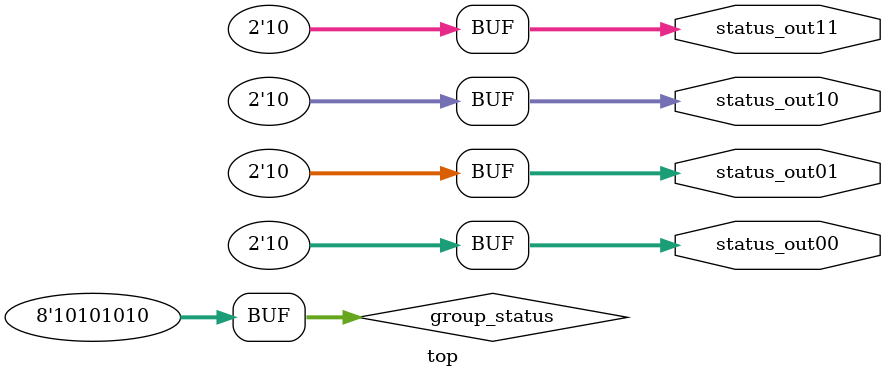
<source format=sv>
/* Generated by Synlig (git sha1 0f32d8dfa, g++ 12.2.0-14 -fPIC -O3) */

(* cells_not_processed =  1  *)
(* src = "/root/synlig/synlig/tests/simple_tests/DotMultirange/top.sv:6.1-31.16" *)
module top(status_out10, status_out11, status_out01, status_out00);
  (* src = "/root/synlig/synlig/tests/simple_tests/DotMultirange/top.sv:13.23-13.35" *)
  (* wiretype = "\\status_t" *)
  wire [7:0] group_status;
  (* src = "/root/synlig/synlig/tests/simple_tests/DotMultirange/top.sv:7.21-7.33" *)
  (* wiretype = "\\status_t" *)
  output [1:0] status_out00;
  wire [1:0] status_out00;
  (* src = "/root/synlig/synlig/tests/simple_tests/DotMultirange/top.sv:8.21-8.33" *)
  (* wiretype = "\\status_t" *)
  output [1:0] status_out01;
  wire [1:0] status_out01;
  (* src = "/root/synlig/synlig/tests/simple_tests/DotMultirange/top.sv:9.21-9.33" *)
  (* wiretype = "\\status_t" *)
  output [1:0] status_out10;
  wire [1:0] status_out10;
  (* src = "/root/synlig/synlig/tests/simple_tests/DotMultirange/top.sv:10.21-10.33" *)
  (* wiretype = "\\status_t" *)
  output [1:0] status_out11;
  wire [1:0] status_out11;
  assign group_status[1] = 1'h1;
  assign group_status[0] = 1'h0;
  assign status_out00 = group_status[1:0];
  assign group_status[3] = 1'h1;
  assign group_status[2] = 1'h0;
  assign status_out01 = group_status[3:2];
  assign group_status[5] = 1'h1;
  assign group_status[4] = 1'h0;
  assign status_out10 = group_status[5:4];
  assign group_status[7] = 1'h1;
  assign group_status[6] = 1'h0;
  assign status_out11 = group_status[7:6];
endmodule

</source>
